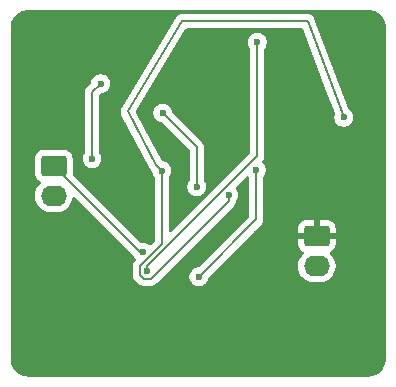
<source format=gbr>
%TF.GenerationSoftware,KiCad,Pcbnew,9.0.2*%
%TF.CreationDate,2025-06-25T12:34:32+02:00*%
%TF.ProjectId,SCS IMD-AMD-indicator,53435320-494d-4442-9d41-4d442d696e64,rev?*%
%TF.SameCoordinates,Original*%
%TF.FileFunction,Copper,L2,Bot*%
%TF.FilePolarity,Positive*%
%FSLAX46Y46*%
G04 Gerber Fmt 4.6, Leading zero omitted, Abs format (unit mm)*
G04 Created by KiCad (PCBNEW 9.0.2) date 2025-06-25 12:34:32*
%MOMM*%
%LPD*%
G01*
G04 APERTURE LIST*
G04 Aperture macros list*
%AMRoundRect*
0 Rectangle with rounded corners*
0 $1 Rounding radius*
0 $2 $3 $4 $5 $6 $7 $8 $9 X,Y pos of 4 corners*
0 Add a 4 corners polygon primitive as box body*
4,1,4,$2,$3,$4,$5,$6,$7,$8,$9,$2,$3,0*
0 Add four circle primitives for the rounded corners*
1,1,$1+$1,$2,$3*
1,1,$1+$1,$4,$5*
1,1,$1+$1,$6,$7*
1,1,$1+$1,$8,$9*
0 Add four rect primitives between the rounded corners*
20,1,$1+$1,$2,$3,$4,$5,0*
20,1,$1+$1,$4,$5,$6,$7,0*
20,1,$1+$1,$6,$7,$8,$9,0*
20,1,$1+$1,$8,$9,$2,$3,0*%
G04 Aperture macros list end*
%TA.AperFunction,ComponentPad*%
%ADD10C,0.500000*%
%TD*%
%TA.AperFunction,SMDPad,CuDef*%
%ADD11O,3.000000X2.000000*%
%TD*%
%TA.AperFunction,ComponentPad*%
%ADD12RoundRect,0.250000X-0.845000X0.620000X-0.845000X-0.620000X0.845000X-0.620000X0.845000X0.620000X0*%
%TD*%
%TA.AperFunction,ComponentPad*%
%ADD13O,2.190000X1.740000*%
%TD*%
%TA.AperFunction,ViaPad*%
%ADD14C,0.600000*%
%TD*%
%TA.AperFunction,Conductor*%
%ADD15C,0.200000*%
%TD*%
G04 APERTURE END LIST*
D10*
%TO.P,U6,2,GND*%
%TO.N,GND*%
X44449400Y-46634400D03*
D11*
X43949400Y-46634400D03*
D10*
X43449400Y-46634400D03*
%TD*%
D12*
%TO.P,J1,1,Pin_1*%
%TO.N,/LED_Power*%
X27259600Y-33573800D03*
D13*
%TO.P,J1,2,Pin_2*%
%TO.N,/Raw_PCB_State_OK*%
X27259600Y-36113800D03*
%TD*%
D12*
%TO.P,J2,1,Pin_1*%
%TO.N,GND*%
X49530000Y-39522400D03*
D13*
%TO.P,J2,2,Pin_2*%
%TO.N,+12V*%
X49530000Y-42062400D03*
%TD*%
D14*
%TO.N,GND*%
X40589200Y-34762400D03*
X36576000Y-31750000D03*
X34798000Y-22860000D03*
X47498000Y-34798000D03*
X47498000Y-23622000D03*
X44450000Y-39370000D03*
X27940000Y-25654000D03*
X41656000Y-24130000D03*
%TO.N,Net-(U1-OUT{slash}A)*%
X35170100Y-42518100D03*
X44491600Y-23091300D03*
%TO.N,/0.75V*%
X39555400Y-42972400D03*
X44412500Y-33934700D03*
%TO.N,/4.25V*%
X39377500Y-35331600D03*
X36500500Y-29098700D03*
%TO.N,/Raw_PCB_State_OK*%
X31228700Y-26610800D03*
X30506500Y-32957600D03*
%TO.N,/LED_Power*%
X34796600Y-40888400D03*
%TO.N,/PCB_State_OK*%
X42061200Y-36019300D03*
X51816000Y-29464000D03*
X36411300Y-33978900D03*
%TD*%
D15*
%TO.N,Net-(U1-OUT{slash}A)*%
X44491600Y-32738100D02*
X35170200Y-42059500D01*
X35170200Y-42059500D02*
X35170200Y-42518100D01*
X44491600Y-23091300D02*
X44491600Y-32738100D01*
X35170200Y-42518100D02*
X35170100Y-42518100D01*
%TO.N,/0.75V*%
X44412500Y-33934700D02*
X44412500Y-38115300D01*
X44412500Y-38115300D02*
X39555400Y-42972400D01*
%TO.N,/4.25V*%
X36500500Y-29098700D02*
X39377500Y-31975700D01*
X39377500Y-31975700D02*
X39377500Y-35331600D01*
%TO.N,/Raw_PCB_State_OK*%
X30506500Y-27333000D02*
X31228700Y-26610800D01*
X30506500Y-32957600D02*
X30506500Y-27333000D01*
%TO.N,/LED_Power*%
X27259600Y-33573800D02*
X34574200Y-40888400D01*
X34574200Y-40888400D02*
X34796600Y-40888400D01*
%TO.N,/PCB_State_OK*%
X34544800Y-42781900D02*
X34544800Y-42085200D01*
X35506900Y-43120100D02*
X34883000Y-43120100D01*
X51816000Y-29464000D02*
X48768000Y-21336000D01*
X38100000Y-21336000D02*
X33528000Y-28956000D01*
X33528000Y-28956000D02*
X35899500Y-33467100D01*
X42061200Y-36019300D02*
X42061200Y-36565800D01*
X34883000Y-43120100D02*
X34544800Y-42781900D01*
X35899500Y-33467100D02*
X36411300Y-33978900D01*
X34544800Y-42085200D02*
X36411300Y-40218700D01*
X36411300Y-40218700D02*
X36411300Y-33978900D01*
X48768000Y-21336000D02*
X38100000Y-21336000D01*
X42061200Y-36565800D02*
X35506900Y-43120100D01*
%TD*%
%TA.AperFunction,Conductor*%
%TO.N,GND*%
G36*
X53884418Y-20363616D02*
G01*
X54084561Y-20377930D01*
X54102063Y-20380447D01*
X54293797Y-20422155D01*
X54310755Y-20427134D01*
X54494609Y-20495709D01*
X54510701Y-20503059D01*
X54682904Y-20597088D01*
X54697784Y-20606649D01*
X54854867Y-20724241D01*
X54868237Y-20735827D01*
X55006972Y-20874562D01*
X55018558Y-20887932D01*
X55028662Y-20901429D01*
X55125257Y-21030465D01*
X55136146Y-21045010D01*
X55145711Y-21059895D01*
X55239740Y-21232098D01*
X55247090Y-21248190D01*
X55315662Y-21432036D01*
X55320646Y-21449012D01*
X55362351Y-21640731D01*
X55364869Y-21658242D01*
X55379184Y-21858380D01*
X55379500Y-21867227D01*
X55379500Y-49913172D01*
X55379184Y-49922019D01*
X55364869Y-50122157D01*
X55362351Y-50139668D01*
X55320646Y-50331387D01*
X55315662Y-50348363D01*
X55247090Y-50532209D01*
X55239740Y-50548301D01*
X55145711Y-50720504D01*
X55136146Y-50735389D01*
X55018558Y-50892467D01*
X55006972Y-50905837D01*
X54868237Y-51044572D01*
X54854867Y-51056158D01*
X54697789Y-51173746D01*
X54682904Y-51183311D01*
X54510701Y-51277340D01*
X54494609Y-51284690D01*
X54310763Y-51353262D01*
X54293787Y-51358246D01*
X54102068Y-51399951D01*
X54084557Y-51402469D01*
X53903779Y-51415399D01*
X53884417Y-51416784D01*
X53875572Y-51417100D01*
X25118428Y-51417100D01*
X25109582Y-51416784D01*
X25087622Y-51415213D01*
X24909442Y-51402469D01*
X24891931Y-51399951D01*
X24700212Y-51358246D01*
X24683236Y-51353262D01*
X24499390Y-51284690D01*
X24483298Y-51277340D01*
X24311095Y-51183311D01*
X24296210Y-51173746D01*
X24139132Y-51056158D01*
X24125762Y-51044572D01*
X23987027Y-50905837D01*
X23975441Y-50892467D01*
X23857849Y-50735384D01*
X23848288Y-50720504D01*
X23754259Y-50548301D01*
X23746909Y-50532209D01*
X23686091Y-50369151D01*
X23678334Y-50348355D01*
X23673355Y-50331397D01*
X23631647Y-50139663D01*
X23629130Y-50122156D01*
X23614816Y-49922018D01*
X23614500Y-49913172D01*
X23614500Y-32903783D01*
X25664100Y-32903783D01*
X25664100Y-34243801D01*
X25664101Y-34243818D01*
X25674600Y-34346596D01*
X25674601Y-34346599D01*
X25721851Y-34489189D01*
X25729786Y-34513134D01*
X25821888Y-34662456D01*
X25945944Y-34786512D01*
X26095266Y-34878614D01*
X26095268Y-34878614D01*
X26095269Y-34878615D01*
X26095948Y-34878932D01*
X26096335Y-34879273D01*
X26101413Y-34882405D01*
X26100877Y-34883272D01*
X26148387Y-34925104D01*
X26167539Y-34992298D01*
X26147323Y-35059179D01*
X26131225Y-35078995D01*
X25989240Y-35220980D01*
X25862443Y-35395500D01*
X25764509Y-35587708D01*
X25697845Y-35792877D01*
X25664100Y-36005933D01*
X25664100Y-36221666D01*
X25692104Y-36398472D01*
X25697846Y-36434726D01*
X25764508Y-36639889D01*
X25862443Y-36832099D01*
X25989241Y-37006621D01*
X26141779Y-37159159D01*
X26316301Y-37285957D01*
X26508511Y-37383892D01*
X26713674Y-37450554D01*
X26793573Y-37463208D01*
X26926734Y-37484300D01*
X26926739Y-37484300D01*
X27592466Y-37484300D01*
X27710830Y-37465552D01*
X27805526Y-37450554D01*
X28010689Y-37383892D01*
X28202899Y-37285957D01*
X28377421Y-37159159D01*
X28529959Y-37006621D01*
X28656757Y-36832099D01*
X28754692Y-36639889D01*
X28821354Y-36434726D01*
X28844803Y-36286675D01*
X28874732Y-36223540D01*
X28934044Y-36186609D01*
X29003906Y-36187607D01*
X29054957Y-36218392D01*
X34057788Y-41221224D01*
X34072288Y-41238656D01*
X34079677Y-41249404D01*
X34087206Y-41267579D01*
X34174811Y-41398689D01*
X34198808Y-41422686D01*
X34205261Y-41432072D01*
X34212738Y-41454888D01*
X34224246Y-41475963D01*
X34223421Y-41487487D01*
X34227020Y-41498467D01*
X34220974Y-41521704D01*
X34219262Y-41545655D01*
X34211671Y-41557466D01*
X34209429Y-41566086D01*
X34201331Y-41573555D01*
X34190764Y-41589999D01*
X34176089Y-41604675D01*
X34176086Y-41604678D01*
X34064281Y-41716482D01*
X34064277Y-41716487D01*
X34045876Y-41748361D01*
X34045875Y-41748363D01*
X33985223Y-41853415D01*
X33944299Y-42006143D01*
X33944299Y-42006145D01*
X33944299Y-42174246D01*
X33944300Y-42174259D01*
X33944300Y-42695230D01*
X33944299Y-42695248D01*
X33944299Y-42860954D01*
X33944298Y-42860954D01*
X33978511Y-42988639D01*
X33985223Y-43013685D01*
X34006508Y-43050550D01*
X34006906Y-43051240D01*
X34006908Y-43051243D01*
X34064279Y-43150614D01*
X34064281Y-43150617D01*
X34183149Y-43269485D01*
X34183155Y-43269490D01*
X34398139Y-43484474D01*
X34398149Y-43484485D01*
X34402479Y-43488815D01*
X34402480Y-43488816D01*
X34514284Y-43600620D01*
X34601095Y-43650739D01*
X34601097Y-43650741D01*
X34639151Y-43672711D01*
X34651215Y-43679677D01*
X34803943Y-43720601D01*
X34803946Y-43720601D01*
X34969653Y-43720601D01*
X34969669Y-43720600D01*
X35420231Y-43720600D01*
X35420247Y-43720601D01*
X35427843Y-43720601D01*
X35585954Y-43720601D01*
X35585957Y-43720601D01*
X35738685Y-43679677D01*
X35788804Y-43650739D01*
X35875616Y-43600620D01*
X35987420Y-43488816D01*
X35987420Y-43488814D01*
X35997628Y-43478607D01*
X35997630Y-43478604D01*
X42419706Y-37056528D01*
X42419711Y-37056524D01*
X42429914Y-37046320D01*
X42429916Y-37046320D01*
X42541720Y-36934516D01*
X42607951Y-36819800D01*
X42620777Y-36797585D01*
X42661701Y-36644857D01*
X42661701Y-36599064D01*
X42681386Y-36532025D01*
X42682599Y-36530173D01*
X42770590Y-36398485D01*
X42770590Y-36398484D01*
X42770594Y-36398479D01*
X42830937Y-36252797D01*
X42861700Y-36098142D01*
X42861700Y-35940458D01*
X42861700Y-35940455D01*
X42861699Y-35940453D01*
X42832344Y-35792877D01*
X42830937Y-35785803D01*
X42799864Y-35710785D01*
X42770597Y-35640127D01*
X42770590Y-35640114D01*
X42694238Y-35525846D01*
X42673360Y-35459169D01*
X42691844Y-35391788D01*
X42709655Y-35369278D01*
X43600319Y-34478615D01*
X43661642Y-34445130D01*
X43731334Y-34450114D01*
X43787267Y-34491986D01*
X43811684Y-34557450D01*
X43812000Y-34566296D01*
X43812000Y-37815202D01*
X43792315Y-37882241D01*
X43775681Y-37902883D01*
X39540739Y-42137825D01*
X39479416Y-42171310D01*
X39477250Y-42171761D01*
X39321908Y-42202661D01*
X39321898Y-42202664D01*
X39176227Y-42263002D01*
X39176214Y-42263009D01*
X39045111Y-42350610D01*
X39045107Y-42350613D01*
X38933613Y-42462107D01*
X38933610Y-42462111D01*
X38846009Y-42593214D01*
X38846002Y-42593227D01*
X38785664Y-42738898D01*
X38785661Y-42738910D01*
X38754900Y-42893553D01*
X38754900Y-43051243D01*
X38785661Y-43205889D01*
X38785664Y-43205901D01*
X38846002Y-43351572D01*
X38846009Y-43351585D01*
X38933610Y-43482688D01*
X38933613Y-43482692D01*
X39045107Y-43594186D01*
X39045111Y-43594189D01*
X39176214Y-43681790D01*
X39176227Y-43681797D01*
X39269910Y-43720601D01*
X39321903Y-43742137D01*
X39476553Y-43772899D01*
X39476556Y-43772900D01*
X39476558Y-43772900D01*
X39634244Y-43772900D01*
X39634245Y-43772899D01*
X39788897Y-43742137D01*
X39934579Y-43681794D01*
X40065689Y-43594189D01*
X40177189Y-43482689D01*
X40264794Y-43351579D01*
X40325137Y-43205897D01*
X40355900Y-43051242D01*
X40356038Y-43050550D01*
X40388423Y-42988639D01*
X40389918Y-42987116D01*
X41422501Y-41954533D01*
X47934500Y-41954533D01*
X47934500Y-42170266D01*
X47968245Y-42383322D01*
X47968246Y-42383326D01*
X48034908Y-42588489D01*
X48132843Y-42780699D01*
X48259641Y-42955221D01*
X48412179Y-43107759D01*
X48586701Y-43234557D01*
X48778911Y-43332492D01*
X48984074Y-43399154D01*
X49063973Y-43411808D01*
X49197134Y-43432900D01*
X49197139Y-43432900D01*
X49862866Y-43432900D01*
X49981230Y-43414152D01*
X50075926Y-43399154D01*
X50281089Y-43332492D01*
X50473299Y-43234557D01*
X50647821Y-43107759D01*
X50800359Y-42955221D01*
X50927157Y-42780699D01*
X51025092Y-42588489D01*
X51091754Y-42383326D01*
X51110811Y-42263006D01*
X51125500Y-42170266D01*
X51125500Y-41954533D01*
X51092845Y-41748363D01*
X51091754Y-41741474D01*
X51025092Y-41536311D01*
X50927157Y-41344101D01*
X50800359Y-41169579D01*
X50657996Y-41027216D01*
X50624511Y-40965893D01*
X50629495Y-40896201D01*
X50671367Y-40840268D01*
X50693289Y-40827145D01*
X50694127Y-40826754D01*
X50843345Y-40734715D01*
X50967315Y-40610745D01*
X51059356Y-40461524D01*
X51059358Y-40461519D01*
X51114505Y-40295097D01*
X51114506Y-40295090D01*
X51124999Y-40192386D01*
X51125000Y-40192373D01*
X51125000Y-39772400D01*
X50072709Y-39772400D01*
X50084452Y-39752061D01*
X50125000Y-39600733D01*
X50125000Y-39444067D01*
X50084452Y-39292739D01*
X50072709Y-39272400D01*
X51124999Y-39272400D01*
X51124999Y-38852428D01*
X51124998Y-38852413D01*
X51114505Y-38749702D01*
X51059358Y-38583280D01*
X51059356Y-38583275D01*
X50967315Y-38434054D01*
X50843345Y-38310084D01*
X50694124Y-38218043D01*
X50694119Y-38218041D01*
X50527697Y-38162894D01*
X50527690Y-38162893D01*
X50424986Y-38152400D01*
X49780000Y-38152400D01*
X49780000Y-38979690D01*
X49759661Y-38967948D01*
X49608333Y-38927400D01*
X49451667Y-38927400D01*
X49300339Y-38967948D01*
X49280000Y-38979690D01*
X49280000Y-38152400D01*
X48635028Y-38152400D01*
X48635012Y-38152401D01*
X48532302Y-38162894D01*
X48365880Y-38218041D01*
X48365875Y-38218043D01*
X48216654Y-38310084D01*
X48092684Y-38434054D01*
X48000643Y-38583275D01*
X48000641Y-38583280D01*
X47945494Y-38749702D01*
X47945493Y-38749709D01*
X47935000Y-38852413D01*
X47935000Y-39272400D01*
X48987291Y-39272400D01*
X48975548Y-39292739D01*
X48935000Y-39444067D01*
X48935000Y-39600733D01*
X48975548Y-39752061D01*
X48987291Y-39772400D01*
X47935001Y-39772400D01*
X47935001Y-40192386D01*
X47945494Y-40295097D01*
X48000641Y-40461519D01*
X48000643Y-40461524D01*
X48092684Y-40610745D01*
X48216654Y-40734715D01*
X48365876Y-40826756D01*
X48366716Y-40827148D01*
X48367195Y-40827570D01*
X48372025Y-40830549D01*
X48371516Y-40831373D01*
X48419160Y-40873315D01*
X48438318Y-40940507D01*
X48418109Y-41007390D01*
X48402004Y-41027216D01*
X48259640Y-41169580D01*
X48132843Y-41344100D01*
X48034909Y-41536308D01*
X47968245Y-41741477D01*
X47934500Y-41954533D01*
X41422501Y-41954533D01*
X44893020Y-38484016D01*
X44972077Y-38347084D01*
X45013001Y-38194357D01*
X45013001Y-38036242D01*
X45013001Y-38028647D01*
X45013000Y-38028629D01*
X45013000Y-34514465D01*
X45032685Y-34447426D01*
X45033898Y-34445574D01*
X45100033Y-34346597D01*
X45121894Y-34313879D01*
X45182237Y-34168197D01*
X45213000Y-34013542D01*
X45213000Y-33855858D01*
X45213000Y-33855855D01*
X45212999Y-33855853D01*
X45205170Y-33816496D01*
X45182237Y-33701203D01*
X45140202Y-33599721D01*
X45121897Y-33555527D01*
X45121890Y-33555514D01*
X45034289Y-33424411D01*
X45034286Y-33424407D01*
X44932088Y-33322209D01*
X44898603Y-33260886D01*
X44903587Y-33191194D01*
X44917925Y-33163790D01*
X44924244Y-33154691D01*
X44972120Y-33106816D01*
X45041537Y-32986581D01*
X45051177Y-32969885D01*
X45092100Y-32817158D01*
X45092100Y-32659043D01*
X45092100Y-23671065D01*
X45111785Y-23604026D01*
X45112998Y-23602174D01*
X45200990Y-23470485D01*
X45200990Y-23470484D01*
X45200994Y-23470479D01*
X45261337Y-23324797D01*
X45292100Y-23170142D01*
X45292100Y-23012458D01*
X45292100Y-23012455D01*
X45292099Y-23012453D01*
X45261338Y-22857810D01*
X45261337Y-22857803D01*
X45261335Y-22857798D01*
X45200997Y-22712127D01*
X45200990Y-22712114D01*
X45113389Y-22581011D01*
X45113386Y-22581007D01*
X45001892Y-22469513D01*
X45001888Y-22469510D01*
X44870785Y-22381909D01*
X44870772Y-22381902D01*
X44725101Y-22321564D01*
X44725089Y-22321561D01*
X44570445Y-22290800D01*
X44570442Y-22290800D01*
X44412758Y-22290800D01*
X44412755Y-22290800D01*
X44258110Y-22321561D01*
X44258098Y-22321564D01*
X44112427Y-22381902D01*
X44112414Y-22381909D01*
X43981311Y-22469510D01*
X43981307Y-22469513D01*
X43869813Y-22581007D01*
X43869810Y-22581011D01*
X43782209Y-22712114D01*
X43782202Y-22712127D01*
X43721864Y-22857798D01*
X43721861Y-22857810D01*
X43691100Y-23012453D01*
X43691100Y-23170146D01*
X43721861Y-23324789D01*
X43721864Y-23324801D01*
X43782202Y-23470472D01*
X43782209Y-23470485D01*
X43870202Y-23602174D01*
X43891080Y-23668851D01*
X43891100Y-23671065D01*
X43891100Y-32438003D01*
X43871415Y-32505042D01*
X43854781Y-32525684D01*
X37223481Y-39156984D01*
X37162158Y-39190469D01*
X37092466Y-39185485D01*
X37036533Y-39143613D01*
X37012116Y-39078149D01*
X37011800Y-39069303D01*
X37011800Y-34558665D01*
X37031485Y-34491626D01*
X37032698Y-34489774D01*
X37062623Y-34444989D01*
X37120694Y-34358079D01*
X37181037Y-34212397D01*
X37211800Y-34057742D01*
X37211800Y-33900058D01*
X37211800Y-33900055D01*
X37211799Y-33900053D01*
X37195178Y-33816496D01*
X37181037Y-33745403D01*
X37151869Y-33674984D01*
X37120697Y-33599727D01*
X37120690Y-33599714D01*
X37033089Y-33468611D01*
X37033086Y-33468607D01*
X36921592Y-33357113D01*
X36921588Y-33357110D01*
X36790485Y-33269509D01*
X36790472Y-33269502D01*
X36644801Y-33209164D01*
X36644791Y-33209161D01*
X36489449Y-33178261D01*
X36472692Y-33169495D01*
X36454214Y-33165476D01*
X36429177Y-33146733D01*
X36427538Y-33145876D01*
X36425960Y-33144325D01*
X36401913Y-33120278D01*
X36379836Y-33090297D01*
X36351526Y-33036446D01*
X35538996Y-31490839D01*
X34267124Y-29071466D01*
X34267123Y-29071464D01*
X34249081Y-29037144D01*
X34245605Y-29019853D01*
X35700000Y-29019853D01*
X35700000Y-29177546D01*
X35730761Y-29332189D01*
X35730764Y-29332201D01*
X35791102Y-29477872D01*
X35791109Y-29477885D01*
X35878710Y-29608988D01*
X35878713Y-29608992D01*
X35990207Y-29720486D01*
X35990211Y-29720489D01*
X36121314Y-29808090D01*
X36121327Y-29808097D01*
X36266998Y-29868435D01*
X36267003Y-29868437D01*
X36331647Y-29881295D01*
X36422349Y-29899338D01*
X36484260Y-29931723D01*
X36485839Y-29933274D01*
X38740681Y-32188116D01*
X38774166Y-32249439D01*
X38777000Y-32275797D01*
X38777000Y-34751834D01*
X38757315Y-34818873D01*
X38756102Y-34820725D01*
X38668109Y-34952414D01*
X38668102Y-34952427D01*
X38607764Y-35098098D01*
X38607761Y-35098110D01*
X38577000Y-35252753D01*
X38577000Y-35410446D01*
X38607761Y-35565089D01*
X38607764Y-35565101D01*
X38668102Y-35710772D01*
X38668109Y-35710785D01*
X38755710Y-35841888D01*
X38755713Y-35841892D01*
X38867207Y-35953386D01*
X38867211Y-35953389D01*
X38998314Y-36040990D01*
X38998327Y-36040997D01*
X39136294Y-36098144D01*
X39144003Y-36101337D01*
X39298653Y-36132099D01*
X39298656Y-36132100D01*
X39298658Y-36132100D01*
X39456344Y-36132100D01*
X39456345Y-36132099D01*
X39610997Y-36101337D01*
X39756679Y-36040994D01*
X39887789Y-35953389D01*
X39999289Y-35841889D01*
X40086894Y-35710779D01*
X40147237Y-35565097D01*
X40178000Y-35410442D01*
X40178000Y-35252758D01*
X40178000Y-35252755D01*
X40177999Y-35252753D01*
X40147238Y-35098110D01*
X40147237Y-35098103D01*
X40131114Y-35059179D01*
X40086897Y-34952427D01*
X40086890Y-34952414D01*
X39998898Y-34820725D01*
X39978020Y-34754047D01*
X39978000Y-34751834D01*
X39978000Y-31896645D01*
X39978000Y-31896643D01*
X39937077Y-31743916D01*
X39937073Y-31743909D01*
X39858024Y-31606990D01*
X39858021Y-31606986D01*
X39858020Y-31606984D01*
X39746216Y-31495180D01*
X39746215Y-31495179D01*
X39741885Y-31490849D01*
X39741874Y-31490839D01*
X37335074Y-29084039D01*
X37301589Y-29022716D01*
X37301138Y-29020549D01*
X37270238Y-28865210D01*
X37270237Y-28865203D01*
X37260714Y-28842213D01*
X37209897Y-28719527D01*
X37209890Y-28719514D01*
X37122289Y-28588411D01*
X37122286Y-28588407D01*
X37010792Y-28476913D01*
X37010788Y-28476910D01*
X36879685Y-28389309D01*
X36879672Y-28389302D01*
X36734001Y-28328964D01*
X36733989Y-28328961D01*
X36579345Y-28298200D01*
X36579342Y-28298200D01*
X36421658Y-28298200D01*
X36421655Y-28298200D01*
X36267010Y-28328961D01*
X36266998Y-28328964D01*
X36121327Y-28389302D01*
X36121314Y-28389309D01*
X35990211Y-28476910D01*
X35990207Y-28476913D01*
X35878713Y-28588407D01*
X35878710Y-28588411D01*
X35791109Y-28719514D01*
X35791102Y-28719527D01*
X35730764Y-28865198D01*
X35730761Y-28865210D01*
X35700000Y-29019853D01*
X34245605Y-29019853D01*
X34235309Y-28968645D01*
X34252508Y-28915648D01*
X38403875Y-21996702D01*
X38455246Y-21949344D01*
X38510204Y-21936500D01*
X48265922Y-21936500D01*
X48332961Y-21956185D01*
X48378716Y-22008989D01*
X48382025Y-22016957D01*
X50345895Y-27253945D01*
X51050523Y-29132953D01*
X51055631Y-29202635D01*
X51048979Y-29223945D01*
X51046263Y-29230501D01*
X51046261Y-29230505D01*
X51015500Y-29385153D01*
X51015500Y-29542846D01*
X51046261Y-29697489D01*
X51046264Y-29697501D01*
X51106602Y-29843172D01*
X51106609Y-29843185D01*
X51194210Y-29974288D01*
X51194213Y-29974292D01*
X51305707Y-30085786D01*
X51305711Y-30085789D01*
X51436814Y-30173390D01*
X51436827Y-30173397D01*
X51582498Y-30233735D01*
X51582503Y-30233737D01*
X51737153Y-30264499D01*
X51737156Y-30264500D01*
X51737158Y-30264500D01*
X51894844Y-30264500D01*
X51894845Y-30264499D01*
X52049497Y-30233737D01*
X52195179Y-30173394D01*
X52326289Y-30085789D01*
X52437789Y-29974289D01*
X52525394Y-29843179D01*
X52585737Y-29697497D01*
X52616500Y-29542842D01*
X52616500Y-29385158D01*
X52616500Y-29385155D01*
X52616499Y-29385153D01*
X52588172Y-29242746D01*
X52585737Y-29230503D01*
X52563800Y-29177542D01*
X52525397Y-29084827D01*
X52525390Y-29084814D01*
X52437789Y-28953711D01*
X52437786Y-28953707D01*
X52326292Y-28842213D01*
X52326288Y-28842210D01*
X52223213Y-28773337D01*
X52178408Y-28719725D01*
X52175999Y-28713774D01*
X49340496Y-21152432D01*
X49327577Y-21104216D01*
X49312849Y-21078706D01*
X49302507Y-21051127D01*
X49302505Y-21051124D01*
X49302504Y-21051122D01*
X49276978Y-21015409D01*
X49270471Y-21005304D01*
X49248522Y-20967287D01*
X49248521Y-20967285D01*
X49248520Y-20967284D01*
X49227688Y-20946452D01*
X49210563Y-20922493D01*
X49172018Y-20890782D01*
X49136716Y-20855480D01*
X49132613Y-20853111D01*
X49120075Y-20845871D01*
X49120075Y-20845872D01*
X49111204Y-20840750D01*
X49088460Y-20822039D01*
X49043015Y-20801381D01*
X49037801Y-20798371D01*
X49037800Y-20798370D01*
X48999785Y-20776423D01*
X48990839Y-20774026D01*
X48981222Y-20771449D01*
X48962013Y-20764562D01*
X48944518Y-20756610D01*
X48944514Y-20756608D01*
X48901209Y-20749405D01*
X48901209Y-20749406D01*
X48895269Y-20748418D01*
X48847057Y-20735500D01*
X48817602Y-20735500D01*
X48807497Y-20733819D01*
X48807496Y-20733819D01*
X48788550Y-20730667D01*
X48788542Y-20730667D01*
X48744857Y-20734917D01*
X48732851Y-20735500D01*
X38105080Y-20735500D01*
X38031054Y-20734254D01*
X38026070Y-20735500D01*
X38020943Y-20735500D01*
X37950518Y-20754369D01*
X37948503Y-20754891D01*
X37877655Y-20772603D01*
X37874051Y-20774026D01*
X37874046Y-20774029D01*
X37872050Y-20774816D01*
X37871791Y-20774941D01*
X37868223Y-20776419D01*
X37805049Y-20812891D01*
X37803240Y-20813914D01*
X37739424Y-20849343D01*
X37736310Y-20851651D01*
X37736293Y-20851663D01*
X37734570Y-20852938D01*
X37734370Y-20853111D01*
X37731289Y-20855475D01*
X37731284Y-20855480D01*
X37678928Y-20907835D01*
X37625750Y-20959254D01*
X37623110Y-20963653D01*
X37619480Y-20967284D01*
X37582972Y-21030515D01*
X37581944Y-21032261D01*
X33017323Y-28639962D01*
X33016598Y-28641172D01*
X32978038Y-28702243D01*
X32975974Y-28708879D01*
X32972401Y-28714836D01*
X32972400Y-28714839D01*
X32972399Y-28714841D01*
X32972397Y-28714844D01*
X32952931Y-28782891D01*
X32952125Y-28785593D01*
X32931100Y-28853228D01*
X32931100Y-28853231D01*
X32930824Y-28860176D01*
X32928915Y-28866853D01*
X32927700Y-28939038D01*
X32927645Y-28940430D01*
X32924841Y-29011228D01*
X32925468Y-29018083D01*
X32926254Y-29024944D01*
X32943440Y-29093691D01*
X32943787Y-29095079D01*
X32959686Y-29165449D01*
X32962916Y-29171594D01*
X32964603Y-29178340D01*
X32989920Y-29223945D01*
X32998978Y-29240261D01*
X33000316Y-29242737D01*
X35336799Y-33687227D01*
X35339923Y-33698885D01*
X35373509Y-33757058D01*
X35374650Y-33759228D01*
X35374650Y-33759231D01*
X35404755Y-33816496D01*
X35404760Y-33816503D01*
X35412947Y-33825366D01*
X35418981Y-33835816D01*
X35466470Y-33883305D01*
X35512049Y-33932645D01*
X35512052Y-33932647D01*
X35518290Y-33937838D01*
X35518266Y-33937865D01*
X35532034Y-33948869D01*
X35576725Y-33993560D01*
X35610210Y-34054883D01*
X35610661Y-34057049D01*
X35641561Y-34212391D01*
X35641564Y-34212401D01*
X35701902Y-34358072D01*
X35701909Y-34358085D01*
X35789902Y-34489774D01*
X35810780Y-34556451D01*
X35810800Y-34558665D01*
X35810800Y-39918602D01*
X35791115Y-39985641D01*
X35774481Y-40006283D01*
X35498202Y-40282561D01*
X35436879Y-40316046D01*
X35367187Y-40311062D01*
X35322840Y-40282561D01*
X35306892Y-40266613D01*
X35306888Y-40266610D01*
X35175785Y-40179009D01*
X35175772Y-40179002D01*
X35030101Y-40118664D01*
X35030089Y-40118661D01*
X34875445Y-40087900D01*
X34875442Y-40087900D01*
X34717758Y-40087900D01*
X34717755Y-40087900D01*
X34703673Y-40090701D01*
X34634082Y-40084474D01*
X34591801Y-40056765D01*
X28889697Y-34354662D01*
X28856212Y-34293339D01*
X28854020Y-34254377D01*
X28855100Y-34243809D01*
X28855099Y-32903792D01*
X28852541Y-32878755D01*
X28852541Y-32878753D01*
X29706000Y-32878753D01*
X29706000Y-33036446D01*
X29736761Y-33191089D01*
X29736764Y-33191101D01*
X29797102Y-33336772D01*
X29797109Y-33336785D01*
X29884710Y-33467888D01*
X29884713Y-33467892D01*
X29996207Y-33579386D01*
X29996211Y-33579389D01*
X30127314Y-33666990D01*
X30127327Y-33666997D01*
X30204313Y-33698885D01*
X30273003Y-33727337D01*
X30422420Y-33757058D01*
X30427653Y-33758099D01*
X30427656Y-33758100D01*
X30427658Y-33758100D01*
X30585344Y-33758100D01*
X30585345Y-33758099D01*
X30739997Y-33727337D01*
X30885679Y-33666994D01*
X31016789Y-33579389D01*
X31128289Y-33467889D01*
X31215894Y-33336779D01*
X31276237Y-33191097D01*
X31307000Y-33036442D01*
X31307000Y-32878758D01*
X31307000Y-32878755D01*
X31306999Y-32878753D01*
X31294747Y-32817157D01*
X31276237Y-32724103D01*
X31276235Y-32724098D01*
X31215897Y-32578427D01*
X31215890Y-32578414D01*
X31127898Y-32446725D01*
X31107020Y-32380047D01*
X31107000Y-32377834D01*
X31107000Y-27633097D01*
X31115645Y-27603653D01*
X31122168Y-27573671D01*
X31125922Y-27568655D01*
X31126685Y-27566058D01*
X31143313Y-27545421D01*
X31243363Y-27445371D01*
X31304682Y-27411889D01*
X31306850Y-27411438D01*
X31364785Y-27399913D01*
X31462197Y-27380537D01*
X31607879Y-27320194D01*
X31738989Y-27232589D01*
X31850489Y-27121089D01*
X31938094Y-26989979D01*
X31998437Y-26844297D01*
X32029200Y-26689642D01*
X32029200Y-26531958D01*
X32029200Y-26531955D01*
X32029199Y-26531953D01*
X31998438Y-26377310D01*
X31998438Y-26377308D01*
X31998437Y-26377303D01*
X31998435Y-26377298D01*
X31938097Y-26231627D01*
X31938090Y-26231614D01*
X31850489Y-26100511D01*
X31850486Y-26100507D01*
X31738992Y-25989013D01*
X31738988Y-25989010D01*
X31607885Y-25901409D01*
X31607872Y-25901402D01*
X31462201Y-25841064D01*
X31462189Y-25841061D01*
X31307545Y-25810300D01*
X31307542Y-25810300D01*
X31149858Y-25810300D01*
X31149855Y-25810300D01*
X30995210Y-25841061D01*
X30995198Y-25841064D01*
X30849527Y-25901402D01*
X30849514Y-25901409D01*
X30718411Y-25989010D01*
X30718407Y-25989013D01*
X30606913Y-26100507D01*
X30606910Y-26100511D01*
X30519309Y-26231614D01*
X30519302Y-26231627D01*
X30458964Y-26377298D01*
X30458961Y-26377308D01*
X30428061Y-26532650D01*
X30395676Y-26594561D01*
X30394125Y-26596139D01*
X30025981Y-26964282D01*
X30025980Y-26964284D01*
X29990655Y-27025469D01*
X29946923Y-27101215D01*
X29905999Y-27253943D01*
X29905999Y-27253945D01*
X29905999Y-27422046D01*
X29906000Y-27422059D01*
X29906000Y-32377834D01*
X29886315Y-32444873D01*
X29885102Y-32446725D01*
X29797109Y-32578414D01*
X29797102Y-32578427D01*
X29736764Y-32724098D01*
X29736761Y-32724110D01*
X29706000Y-32878753D01*
X28852541Y-32878753D01*
X28846249Y-32817158D01*
X28844599Y-32801003D01*
X28789414Y-32634466D01*
X28697312Y-32485144D01*
X28573256Y-32361088D01*
X28480488Y-32303869D01*
X28423936Y-32268987D01*
X28423931Y-32268985D01*
X28422462Y-32268498D01*
X28257397Y-32213801D01*
X28257395Y-32213800D01*
X28154610Y-32203300D01*
X26364598Y-32203300D01*
X26364581Y-32203301D01*
X26261803Y-32213800D01*
X26261800Y-32213801D01*
X26095268Y-32268985D01*
X26095263Y-32268987D01*
X25945942Y-32361089D01*
X25821889Y-32485142D01*
X25729787Y-32634463D01*
X25729786Y-32634466D01*
X25674601Y-32801003D01*
X25674601Y-32801004D01*
X25674600Y-32801004D01*
X25664100Y-32903783D01*
X23614500Y-32903783D01*
X23614500Y-21867227D01*
X23614816Y-21858381D01*
X23629130Y-21658243D01*
X23629131Y-21658234D01*
X23631646Y-21640738D01*
X23673356Y-21448999D01*
X23678333Y-21432048D01*
X23746911Y-21248185D01*
X23754259Y-21232098D01*
X23794684Y-21158065D01*
X23848291Y-21059889D01*
X23857845Y-21045021D01*
X23975448Y-20887923D01*
X23987020Y-20874569D01*
X24125769Y-20735820D01*
X24139123Y-20724248D01*
X24296221Y-20606645D01*
X24311089Y-20597091D01*
X24483298Y-20503058D01*
X24499385Y-20495711D01*
X24683248Y-20427133D01*
X24700199Y-20422156D01*
X24891938Y-20380446D01*
X24909436Y-20377930D01*
X25109582Y-20363616D01*
X25118428Y-20363300D01*
X25179892Y-20363300D01*
X53814108Y-20363300D01*
X53875572Y-20363300D01*
X53884418Y-20363616D01*
G37*
%TD.AperFunction*%
%TD*%
M02*

</source>
